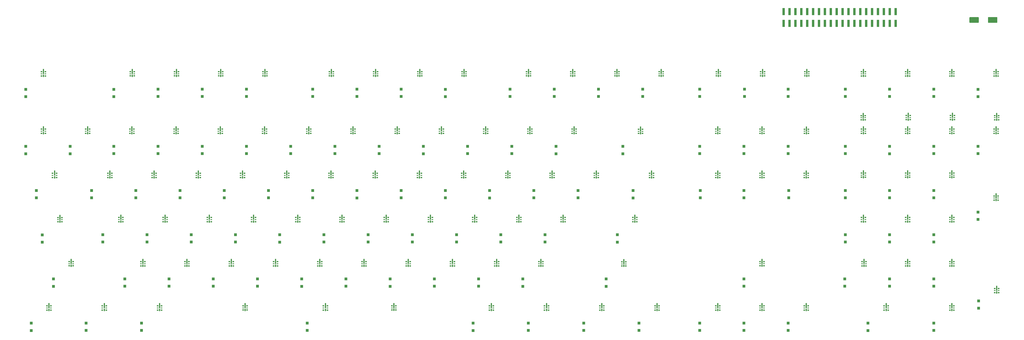
<source format=gbr>
G04 #@! TF.GenerationSoftware,KiCad,Pcbnew,(5.1.10)-1*
G04 #@! TF.CreationDate,2021-10-17T00:38:23+10:00*
G04 #@! TF.ProjectId,RedPyKeeb_mainboard,52656450-794b-4656-9562-5f6d61696e62,rev?*
G04 #@! TF.SameCoordinates,Original*
G04 #@! TF.FileFunction,Paste,Top*
G04 #@! TF.FilePolarity,Positive*
%FSLAX46Y46*%
G04 Gerber Fmt 4.6, Leading zero omitted, Abs format (unit mm)*
G04 Created by KiCad (PCBNEW (5.1.10)-1) date 2021-10-17 00:38:23*
%MOMM*%
%LPD*%
G01*
G04 APERTURE LIST*
%ADD10R,1.000000X3.150000*%
%ADD11R,0.800000X0.500000*%
%ADD12R,0.800000X0.300000*%
%ADD13R,0.500000X1.000000*%
%ADD14R,0.500000X2.180000*%
%ADD15R,1.200000X1.200000*%
G04 APERTURE END LIST*
D10*
X382371600Y-26845260D03*
X362051600Y-21795500D03*
X392531600Y-21795500D03*
X392531600Y-26845500D03*
X389991600Y-21795500D03*
X389991600Y-26845500D03*
X387451600Y-21795500D03*
X387451600Y-26845500D03*
X384911600Y-21795500D03*
X384911600Y-26845500D03*
X382371600Y-21795500D03*
X379831600Y-21795500D03*
X379831600Y-26845500D03*
X377291600Y-21795500D03*
X377291600Y-26845500D03*
X374751600Y-21795500D03*
X374751600Y-26845500D03*
X372211600Y-21795500D03*
X372211600Y-26845500D03*
X369671600Y-21795500D03*
X369671600Y-26845500D03*
X367131600Y-21795500D03*
X367131600Y-26845500D03*
X364591600Y-21795500D03*
X364591600Y-26845500D03*
X362051600Y-26845500D03*
X359511600Y-21795500D03*
X359511600Y-26845500D03*
X356971600Y-21795500D03*
X356971600Y-26845500D03*
X354431600Y-21795500D03*
X354431600Y-26845500D03*
X351891600Y-21795500D03*
X351891600Y-26845500D03*
X349351600Y-21795500D03*
X349351600Y-26845500D03*
X346811600Y-21795500D03*
X346811600Y-26845500D03*
X344271600Y-21795500D03*
X344271600Y-26845500D03*
D11*
X64540500Y-49477500D03*
D12*
X64540500Y-48577500D03*
D11*
X64540500Y-47677500D03*
D12*
X62840500Y-48577500D03*
D11*
X62840500Y-47677500D03*
X62840500Y-49477500D03*
D13*
X63690500Y-49407500D03*
D14*
X63690500Y-47587500D03*
D15*
X93789500Y-55206700D03*
X93789500Y-58356700D03*
X74739500Y-55206700D03*
X74739500Y-58356700D03*
X55689500Y-58407500D03*
X55689500Y-55257500D03*
D14*
X101790500Y-47587500D03*
D13*
X101790500Y-49407500D03*
D11*
X100940500Y-49477500D03*
X100940500Y-47677500D03*
D12*
X100940500Y-48577500D03*
D11*
X102640500Y-47677500D03*
D12*
X102640500Y-48577500D03*
D11*
X102640500Y-49477500D03*
D14*
X120840500Y-47587500D03*
D13*
X120840500Y-49407500D03*
D11*
X119990500Y-49477500D03*
X119990500Y-47677500D03*
D12*
X119990500Y-48577500D03*
D11*
X121690500Y-47677500D03*
D12*
X121690500Y-48577500D03*
D11*
X121690500Y-49477500D03*
D14*
X82740500Y-47587500D03*
D13*
X82740500Y-49407500D03*
D11*
X81890500Y-49477500D03*
X81890500Y-47677500D03*
D12*
X81890500Y-48577500D03*
D11*
X83590500Y-47677500D03*
D12*
X83590500Y-48577500D03*
D11*
X83590500Y-49477500D03*
D15*
X112839500Y-55206700D03*
X112839500Y-58356700D03*
G36*
G01*
X424288700Y-26361900D02*
X424288700Y-24361900D01*
G75*
G02*
X424538700Y-24111900I250000J0D01*
G01*
X428038700Y-24111900D01*
G75*
G02*
X428288700Y-24361900I0J-250000D01*
G01*
X428288700Y-26361900D01*
G75*
G02*
X428038700Y-26611900I-250000J0D01*
G01*
X424538700Y-26611900D01*
G75*
G02*
X424288700Y-26361900I0J250000D01*
G01*
G37*
G36*
G01*
X432288700Y-26361900D02*
X432288700Y-24361900D01*
G75*
G02*
X432538700Y-24111900I250000J0D01*
G01*
X436038700Y-24111900D01*
G75*
G02*
X436288700Y-24361900I0J-250000D01*
G01*
X436288700Y-26361900D01*
G75*
G02*
X436038700Y-26611900I-250000J0D01*
G01*
X432538700Y-26611900D01*
G75*
G02*
X432288700Y-26361900I0J250000D01*
G01*
G37*
D14*
X436022750Y-141027750D03*
D13*
X436022750Y-142847750D03*
D11*
X435172750Y-142917750D03*
X435172750Y-141117750D03*
D12*
X435172750Y-142017750D03*
D11*
X436872750Y-141117750D03*
D12*
X436872750Y-142017750D03*
D11*
X436872750Y-142917750D03*
D15*
X428212250Y-146487950D03*
X428212250Y-149637950D03*
D14*
X416718750Y-148520750D03*
D13*
X416718750Y-150340750D03*
D11*
X415868750Y-150410750D03*
X415868750Y-148610750D03*
D12*
X415868750Y-149510750D03*
D11*
X417568750Y-148610750D03*
D12*
X417568750Y-149510750D03*
D11*
X417568750Y-150410750D03*
D15*
X408908250Y-156012950D03*
X408908250Y-159162950D03*
D14*
X416718750Y-129470750D03*
D13*
X416718750Y-131290750D03*
D11*
X415868750Y-131360750D03*
X415868750Y-129560750D03*
D12*
X415868750Y-130460750D03*
D11*
X417568750Y-129560750D03*
D12*
X417568750Y-130460750D03*
D11*
X417568750Y-131360750D03*
D15*
X408908250Y-136962950D03*
X408908250Y-140112950D03*
X389858250Y-136962950D03*
X389858250Y-140112950D03*
D14*
X397668750Y-129470750D03*
D13*
X397668750Y-131290750D03*
D11*
X396818750Y-131360750D03*
X396818750Y-129560750D03*
D12*
X396818750Y-130460750D03*
D11*
X398518750Y-129560750D03*
D12*
X398518750Y-130460750D03*
D11*
X398518750Y-131360750D03*
D14*
X416718750Y-110420750D03*
D13*
X416718750Y-112240750D03*
D11*
X415868750Y-112310750D03*
X415868750Y-110510750D03*
D12*
X415868750Y-111410750D03*
D11*
X417568750Y-110510750D03*
D12*
X417568750Y-111410750D03*
D11*
X417568750Y-112310750D03*
D15*
X408908250Y-117912950D03*
X408908250Y-121062950D03*
D14*
X397668750Y-110420750D03*
D13*
X397668750Y-112240750D03*
D11*
X396818750Y-112310750D03*
X396818750Y-110510750D03*
D12*
X396818750Y-111410750D03*
D11*
X398518750Y-110510750D03*
D12*
X398518750Y-111410750D03*
D11*
X398518750Y-112310750D03*
D15*
X389858250Y-117912950D03*
X389858250Y-121062950D03*
D14*
X388397750Y-148520750D03*
D13*
X388397750Y-150340750D03*
D11*
X387547750Y-150410750D03*
X387547750Y-148610750D03*
D12*
X387547750Y-149510750D03*
D11*
X389247750Y-148610750D03*
D12*
X389247750Y-149510750D03*
D11*
X389247750Y-150410750D03*
D15*
X380587250Y-156063750D03*
X380587250Y-159213750D03*
D14*
X378872750Y-129470750D03*
D13*
X378872750Y-131290750D03*
D11*
X378022750Y-131360750D03*
X378022750Y-129560750D03*
D12*
X378022750Y-130460750D03*
D11*
X379722750Y-129560750D03*
D12*
X379722750Y-130460750D03*
D11*
X379722750Y-131360750D03*
D15*
X370554250Y-136962950D03*
X370554250Y-140112950D03*
D14*
X378618750Y-110420750D03*
D13*
X378618750Y-112240750D03*
D11*
X377768750Y-112310750D03*
X377768750Y-110510750D03*
D12*
X377768750Y-111410750D03*
D11*
X379468750Y-110510750D03*
D12*
X379468750Y-111410750D03*
D11*
X379468750Y-112310750D03*
D15*
X370808250Y-117912950D03*
X370808250Y-121062950D03*
D14*
X435768750Y-101149750D03*
D13*
X435768750Y-102969750D03*
D11*
X434918750Y-103039750D03*
X434918750Y-101239750D03*
D12*
X434918750Y-102139750D03*
D11*
X436618750Y-101239750D03*
D12*
X436618750Y-102139750D03*
D11*
X436618750Y-103039750D03*
D15*
X427958250Y-108184750D03*
X427958250Y-111334750D03*
D14*
X416718750Y-91269150D03*
D13*
X416718750Y-93089150D03*
D11*
X415868750Y-93159150D03*
X415868750Y-91359150D03*
D12*
X415868750Y-92259150D03*
D11*
X417568750Y-91359150D03*
D12*
X417568750Y-92259150D03*
D11*
X417568750Y-93159150D03*
D15*
X408908250Y-98862950D03*
X408908250Y-102012950D03*
D14*
X397668750Y-91269150D03*
D13*
X397668750Y-93089150D03*
D11*
X396818750Y-93159150D03*
X396818750Y-91359150D03*
D12*
X396818750Y-92259150D03*
D11*
X398518750Y-91359150D03*
D12*
X398518750Y-92259150D03*
D11*
X398518750Y-93159150D03*
D15*
X389858250Y-98862950D03*
X389858250Y-102012950D03*
X370808250Y-98862950D03*
X370808250Y-102012950D03*
D14*
X378618750Y-91269150D03*
D13*
X378618750Y-93089150D03*
D11*
X377768750Y-93159150D03*
X377768750Y-91359150D03*
D12*
X377768750Y-92259150D03*
D11*
X379468750Y-91359150D03*
D12*
X379468750Y-92259150D03*
D11*
X379468750Y-93159150D03*
D14*
X435768750Y-72320750D03*
D13*
X435768750Y-74140750D03*
D11*
X434918750Y-74210750D03*
X434918750Y-72410750D03*
D12*
X434918750Y-73310750D03*
D11*
X436618750Y-72410750D03*
D12*
X436618750Y-73310750D03*
D11*
X436618750Y-74210750D03*
D15*
X427958250Y-79812950D03*
X427958250Y-82962950D03*
D14*
X416718750Y-72333450D03*
D13*
X416718750Y-74153450D03*
D11*
X415868750Y-74223450D03*
X415868750Y-72423450D03*
D12*
X415868750Y-73323450D03*
D11*
X417568750Y-72423450D03*
D12*
X417568750Y-73323450D03*
D11*
X417568750Y-74223450D03*
D15*
X408908250Y-79812950D03*
X408908250Y-82962950D03*
D11*
X398518750Y-74210750D03*
D12*
X398518750Y-73310750D03*
D11*
X398518750Y-72410750D03*
D12*
X396818750Y-73310750D03*
D11*
X396818750Y-72410750D03*
X396818750Y-74210750D03*
D13*
X397668750Y-74140750D03*
D14*
X397668750Y-72320750D03*
D15*
X389858250Y-83013750D03*
X389858250Y-79863750D03*
X370808250Y-79812950D03*
X370808250Y-82962950D03*
D14*
X378618750Y-72320750D03*
D13*
X378618750Y-74140750D03*
D11*
X377768750Y-74210750D03*
X377768750Y-72410750D03*
D12*
X377768750Y-73310750D03*
D11*
X379468750Y-72410750D03*
D12*
X379468750Y-73310750D03*
D11*
X379468750Y-74210750D03*
D14*
X435768750Y-47600200D03*
D13*
X435768750Y-49420200D03*
D11*
X434918750Y-49490200D03*
X434918750Y-47690200D03*
D12*
X434918750Y-48590200D03*
D11*
X436618750Y-47690200D03*
D12*
X436618750Y-48590200D03*
D11*
X436618750Y-49490200D03*
D14*
X436022750Y-66510500D03*
D13*
X436022750Y-68330500D03*
D11*
X435172750Y-68400500D03*
X435172750Y-66600500D03*
D12*
X435172750Y-67500500D03*
D11*
X436872750Y-66600500D03*
D12*
X436872750Y-67500500D03*
D11*
X436872750Y-68400500D03*
D15*
X427958250Y-55257500D03*
X427958250Y-58407500D03*
D14*
X416972750Y-66459700D03*
D13*
X416972750Y-68279700D03*
D11*
X416122750Y-68349700D03*
X416122750Y-66549700D03*
D12*
X416122750Y-67449700D03*
D11*
X417822750Y-66549700D03*
D12*
X417822750Y-67449700D03*
D11*
X417822750Y-68349700D03*
D14*
X416706050Y-47600200D03*
D13*
X416706050Y-49420200D03*
D11*
X415856050Y-49490200D03*
X415856050Y-47690200D03*
D12*
X415856050Y-48590200D03*
D11*
X417556050Y-47690200D03*
D12*
X417556050Y-48590200D03*
D11*
X417556050Y-49490200D03*
D15*
X408908250Y-55206700D03*
X408908250Y-58356700D03*
D14*
X397922750Y-66472400D03*
D13*
X397922750Y-68292400D03*
D11*
X397072750Y-68362400D03*
X397072750Y-66562400D03*
D12*
X397072750Y-67462400D03*
D11*
X398772750Y-66562400D03*
D12*
X398772750Y-67462400D03*
D11*
X398772750Y-68362400D03*
D14*
X397656050Y-47612900D03*
D13*
X397656050Y-49432900D03*
D11*
X396806050Y-49502900D03*
X396806050Y-47702900D03*
D12*
X396806050Y-48602900D03*
D11*
X398506050Y-47702900D03*
D12*
X398506050Y-48602900D03*
D11*
X398506050Y-49502900D03*
D15*
X389858250Y-55219400D03*
X389858250Y-58369400D03*
D11*
X379456050Y-49490200D03*
D12*
X379456050Y-48590200D03*
D11*
X379456050Y-47690200D03*
D12*
X377756050Y-48590200D03*
D11*
X377756050Y-47690200D03*
X377756050Y-49490200D03*
D13*
X378606050Y-49420200D03*
D14*
X378606050Y-47600200D03*
D15*
X308102000Y-58356700D03*
X308102000Y-55206700D03*
D11*
X316953000Y-49477500D03*
D12*
X316953000Y-48577500D03*
D11*
X316953000Y-47677500D03*
D12*
X315253000Y-48577500D03*
D11*
X315253000Y-47677500D03*
X315253000Y-49477500D03*
D13*
X316103000Y-49407500D03*
D14*
X316103000Y-47587500D03*
D11*
X316762500Y-74210750D03*
D12*
X316762500Y-73310750D03*
D11*
X316762500Y-72410750D03*
D12*
X315062500Y-73310750D03*
D11*
X315062500Y-72410750D03*
X315062500Y-74210750D03*
D13*
X315912500Y-74140750D03*
D14*
X315912500Y-72320750D03*
D15*
X308102000Y-82962950D03*
X308102000Y-79812950D03*
D14*
X334962500Y-72320750D03*
D13*
X334962500Y-74140750D03*
D11*
X334112500Y-74210750D03*
X334112500Y-72410750D03*
D12*
X334112500Y-73310750D03*
D11*
X335812500Y-72410750D03*
D12*
X335812500Y-73310750D03*
D11*
X335812500Y-74210750D03*
X379405250Y-68400500D03*
D12*
X379405250Y-67500500D03*
D11*
X379405250Y-66600500D03*
D12*
X377705250Y-67500500D03*
D11*
X377705250Y-66600500D03*
X377705250Y-68400500D03*
D13*
X378555250Y-68330500D03*
D14*
X378555250Y-66510500D03*
D15*
X370808250Y-58356700D03*
X370808250Y-55206700D03*
D11*
X355053000Y-49477500D03*
D12*
X355053000Y-48577500D03*
D11*
X355053000Y-47677500D03*
D12*
X353353000Y-48577500D03*
D11*
X353353000Y-47677500D03*
X353353000Y-49477500D03*
D13*
X354203000Y-49407500D03*
D14*
X354203000Y-47587500D03*
D11*
X336003000Y-49477500D03*
D12*
X336003000Y-48577500D03*
D11*
X336003000Y-47677500D03*
D12*
X334303000Y-48577500D03*
D11*
X334303000Y-47677500D03*
X334303000Y-49477500D03*
D13*
X335153000Y-49407500D03*
D14*
X335153000Y-47587500D03*
D15*
X327406000Y-58356700D03*
X327406000Y-55206700D03*
D11*
X354862500Y-150410750D03*
D12*
X354862500Y-149510750D03*
D11*
X354862500Y-148610750D03*
D12*
X353162500Y-149510750D03*
D11*
X353162500Y-148610750D03*
X353162500Y-150410750D03*
D13*
X354012500Y-150340750D03*
D14*
X354012500Y-148520750D03*
D15*
X346202000Y-159162950D03*
X346202000Y-156012950D03*
X327152000Y-140112950D03*
X327152000Y-136962950D03*
D11*
X335812500Y-131309950D03*
D12*
X335812500Y-130409950D03*
D11*
X335812500Y-129509950D03*
D12*
X334112500Y-130409950D03*
D11*
X334112500Y-129509950D03*
X334112500Y-131309950D03*
D13*
X334962500Y-131239950D03*
D14*
X334962500Y-129419950D03*
D15*
X327152000Y-156012950D03*
X327152000Y-159162950D03*
D11*
X335812500Y-93260750D03*
D12*
X335812500Y-92360750D03*
D11*
X335812500Y-91460750D03*
D12*
X334112500Y-92360750D03*
D11*
X334112500Y-91460750D03*
X334112500Y-93260750D03*
D13*
X334962500Y-93190750D03*
D14*
X334962500Y-91370750D03*
D11*
X354940700Y-74236150D03*
D12*
X354940700Y-73336150D03*
D11*
X354940700Y-72436150D03*
D12*
X353240700Y-73336150D03*
D11*
X353240700Y-72436150D03*
X353240700Y-74236150D03*
D13*
X354090700Y-74166150D03*
D14*
X354090700Y-72346150D03*
D15*
X308356000Y-98862950D03*
X308356000Y-102012950D03*
D14*
X315912500Y-91370750D03*
D13*
X315912500Y-93190750D03*
D11*
X315062500Y-93260750D03*
X315062500Y-91460750D03*
D12*
X315062500Y-92360750D03*
D11*
X316762500Y-91460750D03*
D12*
X316762500Y-92360750D03*
D11*
X316762500Y-93260750D03*
D15*
X346456000Y-98862950D03*
X346456000Y-102012950D03*
X346202000Y-82962950D03*
X346202000Y-79812950D03*
X346202000Y-58356700D03*
X346202000Y-55206700D03*
X308102000Y-159162950D03*
X308102000Y-156012950D03*
D14*
X354012500Y-91370750D03*
D13*
X354012500Y-93190750D03*
D11*
X353162500Y-93260750D03*
X353162500Y-91460750D03*
D12*
X353162500Y-92360750D03*
D11*
X354862500Y-91460750D03*
D12*
X354862500Y-92360750D03*
D11*
X354862500Y-93260750D03*
D15*
X327152000Y-102012950D03*
X327152000Y-98862950D03*
D11*
X316762500Y-150410750D03*
D12*
X316762500Y-149510750D03*
D11*
X316762500Y-148610750D03*
D12*
X315062500Y-149510750D03*
D11*
X315062500Y-148610750D03*
X315062500Y-150410750D03*
D13*
X315912500Y-150340750D03*
D14*
X315912500Y-148520750D03*
X334962500Y-148520750D03*
D13*
X334962500Y-150340750D03*
D11*
X334112500Y-150410750D03*
X334112500Y-148610750D03*
D12*
X334112500Y-149510750D03*
D11*
X335812500Y-148610750D03*
D12*
X335812500Y-149510750D03*
D11*
X335812500Y-150410750D03*
D15*
X327152000Y-79812950D03*
X327152000Y-82962950D03*
X281908250Y-156012950D03*
X281908250Y-159162950D03*
D14*
X289718750Y-148520750D03*
D13*
X289718750Y-150340750D03*
D11*
X288868750Y-150410750D03*
X288868750Y-148610750D03*
D12*
X288868750Y-149510750D03*
D11*
X290568750Y-148610750D03*
D12*
X290568750Y-149510750D03*
D11*
X290568750Y-150410750D03*
D15*
X258095750Y-156012950D03*
X258095750Y-159162950D03*
D14*
X265906250Y-148520750D03*
D13*
X265906250Y-150340750D03*
D11*
X265056250Y-150410750D03*
X265056250Y-148610750D03*
D12*
X265056250Y-149510750D03*
D11*
X266756250Y-148610750D03*
D12*
X266756250Y-149510750D03*
D11*
X266756250Y-150410750D03*
D15*
X234283250Y-156012950D03*
X234283250Y-159162950D03*
D14*
X242093750Y-148520750D03*
D13*
X242093750Y-150340750D03*
D11*
X241243750Y-150410750D03*
X241243750Y-148610750D03*
D12*
X241243750Y-149510750D03*
D11*
X242943750Y-148610750D03*
D12*
X242943750Y-149510750D03*
D11*
X242943750Y-150410750D03*
D15*
X210496150Y-156076450D03*
X210496150Y-159226450D03*
D14*
X218306650Y-148520750D03*
D13*
X218306650Y-150340750D03*
D11*
X217456650Y-150410750D03*
X217456650Y-148610750D03*
D12*
X217456650Y-149510750D03*
D11*
X219156650Y-148610750D03*
D12*
X219156650Y-149510750D03*
D11*
X219156650Y-150410750D03*
D14*
X146843750Y-148520750D03*
D13*
X146843750Y-150340750D03*
D11*
X145993750Y-150410750D03*
X145993750Y-148610750D03*
D12*
X145993750Y-149510750D03*
D11*
X147693750Y-148610750D03*
D12*
X147693750Y-149510750D03*
D11*
X147693750Y-150410750D03*
D14*
X112274350Y-148508050D03*
D13*
X112274350Y-150328050D03*
D11*
X111424350Y-150398050D03*
X111424350Y-148598050D03*
D12*
X111424350Y-149498050D03*
D11*
X113124350Y-148598050D03*
D12*
X113124350Y-149498050D03*
D11*
X113124350Y-150398050D03*
D15*
X139033250Y-156012950D03*
X139033250Y-159162950D03*
D14*
X176371250Y-148495350D03*
D13*
X176371250Y-150315350D03*
D11*
X175521250Y-150385350D03*
X175521250Y-148585350D03*
D12*
X175521250Y-149485350D03*
D11*
X177221250Y-148585350D03*
D12*
X177221250Y-149485350D03*
D11*
X177221250Y-150385350D03*
D14*
X75406250Y-148520750D03*
D13*
X75406250Y-150340750D03*
D11*
X74556250Y-150410750D03*
X74556250Y-148610750D03*
D12*
X74556250Y-149510750D03*
D11*
X76256250Y-148610750D03*
D12*
X76256250Y-149510750D03*
D11*
X76256250Y-150410750D03*
D15*
X67595750Y-156012950D03*
X67595750Y-159162950D03*
D14*
X51593750Y-148520750D03*
D13*
X51593750Y-150340750D03*
D11*
X50743750Y-150410750D03*
X50743750Y-148610750D03*
D12*
X50743750Y-149510750D03*
D11*
X52443750Y-148610750D03*
D12*
X52443750Y-149510750D03*
D11*
X52443750Y-150410750D03*
D15*
X43783250Y-156012950D03*
X43783250Y-159162950D03*
X267811250Y-137013750D03*
X267811250Y-140163750D03*
D14*
X275431250Y-129521550D03*
D13*
X275431250Y-131341550D03*
D11*
X274581250Y-131411550D03*
X274581250Y-129611550D03*
D12*
X274581250Y-130511550D03*
D11*
X276281250Y-129611550D03*
D12*
X276281250Y-130511550D03*
D11*
X276281250Y-131411550D03*
D15*
X231902000Y-137013750D03*
X231902000Y-140163750D03*
D14*
X239712500Y-129470750D03*
D13*
X239712500Y-131290750D03*
D11*
X238862500Y-131360750D03*
X238862500Y-129560750D03*
D12*
X238862500Y-130460750D03*
D11*
X240562500Y-129560750D03*
D12*
X240562500Y-130460750D03*
D11*
X240562500Y-131360750D03*
D15*
X212852000Y-136962950D03*
X212852000Y-140112950D03*
D14*
X220662500Y-129470750D03*
D13*
X220662500Y-131290750D03*
D11*
X219812500Y-131360750D03*
X219812500Y-129560750D03*
D12*
X219812500Y-130460750D03*
D11*
X221512500Y-129560750D03*
D12*
X221512500Y-130460750D03*
D11*
X221512500Y-131360750D03*
D15*
X193802000Y-136962950D03*
X193802000Y-140112950D03*
D14*
X201612500Y-129470750D03*
D13*
X201612500Y-131290750D03*
D11*
X200762500Y-131360750D03*
X200762500Y-129560750D03*
D12*
X200762500Y-130460750D03*
D11*
X202462500Y-129560750D03*
D12*
X202462500Y-130460750D03*
D11*
X202462500Y-131360750D03*
D15*
X174752000Y-137013750D03*
X174752000Y-140163750D03*
D14*
X182562500Y-129470750D03*
D13*
X182562500Y-131290750D03*
D11*
X181712500Y-131360750D03*
X181712500Y-129560750D03*
D12*
X181712500Y-130460750D03*
D11*
X183412500Y-129560750D03*
D12*
X183412500Y-130460750D03*
D11*
X183412500Y-131360750D03*
D15*
X155702000Y-136962950D03*
X155702000Y-140112950D03*
D14*
X163512500Y-129470750D03*
D13*
X163512500Y-131290750D03*
D11*
X162662500Y-131360750D03*
X162662500Y-129560750D03*
D12*
X162662500Y-130460750D03*
D11*
X164362500Y-129560750D03*
D12*
X164362500Y-130460750D03*
D11*
X164362500Y-131360750D03*
D15*
X136652000Y-137013750D03*
X136652000Y-140163750D03*
D14*
X144462500Y-129470750D03*
D13*
X144462500Y-131290750D03*
D11*
X143612500Y-131360750D03*
X143612500Y-129560750D03*
D12*
X143612500Y-130460750D03*
D11*
X145312500Y-129560750D03*
D12*
X145312500Y-130460750D03*
D11*
X145312500Y-131360750D03*
D15*
X117602000Y-136962950D03*
X117602000Y-140112950D03*
D14*
X125412500Y-129470750D03*
D13*
X125412500Y-131290750D03*
D11*
X124562500Y-131360750D03*
X124562500Y-129560750D03*
D12*
X124562500Y-130460750D03*
D11*
X126262500Y-129560750D03*
D12*
X126262500Y-130460750D03*
D11*
X126262500Y-131360750D03*
D14*
X106362500Y-129470750D03*
D13*
X106362500Y-131290750D03*
D11*
X105512500Y-131360750D03*
X105512500Y-129560750D03*
D12*
X105512500Y-130460750D03*
D11*
X107212500Y-129560750D03*
D12*
X107212500Y-130460750D03*
D11*
X107212500Y-131360750D03*
D15*
X98552000Y-136962950D03*
X98552000Y-140112950D03*
D14*
X87172500Y-129470750D03*
D13*
X87172500Y-131290750D03*
D11*
X86322500Y-131360750D03*
X86322500Y-129560750D03*
D12*
X86322500Y-130460750D03*
D11*
X88022500Y-129560750D03*
D12*
X88022500Y-130460750D03*
D11*
X88022500Y-131360750D03*
D15*
X79502000Y-136962950D03*
X79502000Y-140112950D03*
D14*
X68262500Y-129470750D03*
D13*
X68262500Y-131290750D03*
D11*
X67412500Y-131360750D03*
X67412500Y-129560750D03*
D12*
X67412500Y-130460750D03*
D11*
X69112500Y-129560750D03*
D12*
X69112500Y-130460750D03*
D11*
X69112500Y-131360750D03*
D15*
X60452000Y-136962950D03*
X60452000Y-140112950D03*
X272573750Y-117963750D03*
X272573750Y-121113750D03*
D14*
X280168350Y-110433450D03*
D13*
X280168350Y-112253450D03*
D11*
X279318350Y-112323450D03*
X279318350Y-110523450D03*
D12*
X279318350Y-111423450D03*
D11*
X281018350Y-110523450D03*
D12*
X281018350Y-111423450D03*
D11*
X281018350Y-112323450D03*
D15*
X241427000Y-117912950D03*
X241427000Y-121062950D03*
D14*
X249237500Y-110420750D03*
D13*
X249237500Y-112240750D03*
D11*
X248387500Y-112310750D03*
X248387500Y-110510750D03*
D12*
X248387500Y-111410750D03*
D11*
X250087500Y-110510750D03*
D12*
X250087500Y-111410750D03*
D11*
X250087500Y-112310750D03*
D15*
X222377000Y-117912950D03*
X222377000Y-121062950D03*
D14*
X230187500Y-110420750D03*
D13*
X230187500Y-112240750D03*
D11*
X229337500Y-112310750D03*
X229337500Y-110510750D03*
D12*
X229337500Y-111410750D03*
D11*
X231037500Y-110510750D03*
D12*
X231037500Y-111410750D03*
D11*
X231037500Y-112310750D03*
D15*
X203327000Y-117912950D03*
X203327000Y-121062950D03*
D14*
X211137500Y-110420750D03*
D13*
X211137500Y-112240750D03*
D11*
X210287500Y-112310750D03*
X210287500Y-110510750D03*
D12*
X210287500Y-111410750D03*
D11*
X211987500Y-110510750D03*
D12*
X211987500Y-111410750D03*
D11*
X211987500Y-112310750D03*
D15*
X184277000Y-117912950D03*
X184277000Y-121062950D03*
D14*
X192087500Y-110420750D03*
D13*
X192087500Y-112240750D03*
D11*
X191237500Y-112310750D03*
X191237500Y-110510750D03*
D12*
X191237500Y-111410750D03*
D11*
X192937500Y-110510750D03*
D12*
X192937500Y-111410750D03*
D11*
X192937500Y-112310750D03*
D15*
X165227000Y-117912950D03*
X165227000Y-121062950D03*
D14*
X173037500Y-110420750D03*
D13*
X173037500Y-112240750D03*
D11*
X172187500Y-112310750D03*
X172187500Y-110510750D03*
D12*
X172187500Y-111410750D03*
D11*
X173887500Y-110510750D03*
D12*
X173887500Y-111410750D03*
D11*
X173887500Y-112310750D03*
D15*
X146177000Y-117912950D03*
X146177000Y-121062950D03*
D14*
X153987500Y-110420750D03*
D13*
X153987500Y-112240750D03*
D11*
X153137500Y-112310750D03*
X153137500Y-110510750D03*
D12*
X153137500Y-111410750D03*
D11*
X154837500Y-110510750D03*
D12*
X154837500Y-111410750D03*
D11*
X154837500Y-112310750D03*
D15*
X127127000Y-117963750D03*
X127127000Y-121113750D03*
D14*
X134937500Y-110420750D03*
D13*
X134937500Y-112240750D03*
D11*
X134087500Y-112310750D03*
X134087500Y-110510750D03*
D12*
X134087500Y-111410750D03*
D11*
X135787500Y-110510750D03*
D12*
X135787500Y-111410750D03*
D11*
X135787500Y-112310750D03*
D15*
X108077000Y-117912950D03*
X108077000Y-121062950D03*
D14*
X115887500Y-110420750D03*
D13*
X115887500Y-112240750D03*
D11*
X115037500Y-112310750D03*
X115037500Y-110510750D03*
D12*
X115037500Y-111410750D03*
D11*
X116737500Y-110510750D03*
D12*
X116737500Y-111410750D03*
D11*
X116737500Y-112310750D03*
D14*
X96837500Y-110420750D03*
D13*
X96837500Y-112240750D03*
D11*
X95987500Y-112310750D03*
X95987500Y-110510750D03*
D12*
X95987500Y-111410750D03*
D11*
X97687500Y-110510750D03*
D12*
X97687500Y-111410750D03*
D11*
X97687500Y-112310750D03*
D15*
X89027000Y-117912950D03*
X89027000Y-121062950D03*
D14*
X77787500Y-110420750D03*
D13*
X77787500Y-112240750D03*
D11*
X76937500Y-112310750D03*
X76937500Y-110510750D03*
D12*
X76937500Y-111410750D03*
D11*
X78637500Y-110510750D03*
D12*
X78637500Y-111410750D03*
D11*
X78637500Y-112310750D03*
D15*
X69977000Y-117912950D03*
X69977000Y-121062950D03*
D14*
X58737500Y-110420750D03*
D13*
X58737500Y-112240750D03*
D11*
X57887500Y-112310750D03*
X57887500Y-110510750D03*
D12*
X57887500Y-111410750D03*
D11*
X59587500Y-110510750D03*
D12*
X59587500Y-111410750D03*
D11*
X59587500Y-112310750D03*
D15*
X50927000Y-117912950D03*
X50927000Y-121062950D03*
X279400000Y-98913750D03*
X279400000Y-102063750D03*
D14*
X287324800Y-91383450D03*
D13*
X287324800Y-93203450D03*
D11*
X286474800Y-93273450D03*
X286474800Y-91473450D03*
D12*
X286474800Y-92373450D03*
D11*
X288174800Y-91473450D03*
D12*
X288174800Y-92373450D03*
D11*
X288174800Y-93273450D03*
D15*
X255714500Y-98862950D03*
X255714500Y-102012950D03*
D14*
X263525000Y-91370750D03*
D13*
X263525000Y-93190750D03*
D11*
X262675000Y-93260750D03*
X262675000Y-91460750D03*
D12*
X262675000Y-92360750D03*
D11*
X264375000Y-91460750D03*
D12*
X264375000Y-92360750D03*
D11*
X264375000Y-93260750D03*
D15*
X236664500Y-98862950D03*
X236664500Y-102012950D03*
D14*
X244475000Y-91370750D03*
D13*
X244475000Y-93190750D03*
D11*
X243625000Y-93260750D03*
X243625000Y-91460750D03*
D12*
X243625000Y-92360750D03*
D11*
X245325000Y-91460750D03*
D12*
X245325000Y-92360750D03*
D11*
X245325000Y-93260750D03*
D15*
X217614500Y-98913750D03*
X217614500Y-102063750D03*
D14*
X225425000Y-91370750D03*
D13*
X225425000Y-93190750D03*
D11*
X224575000Y-93260750D03*
X224575000Y-91460750D03*
D12*
X224575000Y-92360750D03*
D11*
X226275000Y-91460750D03*
D12*
X226275000Y-92360750D03*
D11*
X226275000Y-93260750D03*
D15*
X198564500Y-98862950D03*
X198564500Y-102012950D03*
D14*
X206375000Y-91370750D03*
D13*
X206375000Y-93190750D03*
D11*
X205525000Y-93260750D03*
X205525000Y-91460750D03*
D12*
X205525000Y-92360750D03*
D11*
X207225000Y-91460750D03*
D12*
X207225000Y-92360750D03*
D11*
X207225000Y-93260750D03*
D15*
X179514500Y-98862950D03*
X179514500Y-102012950D03*
D14*
X187325000Y-91370750D03*
D13*
X187325000Y-93190750D03*
D11*
X186475000Y-93260750D03*
X186475000Y-91460750D03*
D12*
X186475000Y-92360750D03*
D11*
X188175000Y-91460750D03*
D12*
X188175000Y-92360750D03*
D11*
X188175000Y-93260750D03*
D15*
X160464500Y-98913750D03*
X160464500Y-102063750D03*
D14*
X168275000Y-91370750D03*
D13*
X168275000Y-93190750D03*
D11*
X167425000Y-93260750D03*
X167425000Y-91460750D03*
D12*
X167425000Y-92360750D03*
D11*
X169125000Y-91460750D03*
D12*
X169125000Y-92360750D03*
D11*
X169125000Y-93260750D03*
D15*
X141414500Y-98862950D03*
X141414500Y-102012950D03*
D14*
X149225000Y-91370750D03*
D13*
X149225000Y-93190750D03*
D11*
X148375000Y-93260750D03*
X148375000Y-91460750D03*
D12*
X148375000Y-92360750D03*
D11*
X150075000Y-91460750D03*
D12*
X150075000Y-92360750D03*
D11*
X150075000Y-93260750D03*
D15*
X122364500Y-98862950D03*
X122364500Y-102012950D03*
D14*
X130175000Y-91370750D03*
D13*
X130175000Y-93190750D03*
D11*
X129325000Y-93260750D03*
X129325000Y-91460750D03*
D12*
X129325000Y-92360750D03*
D11*
X131025000Y-91460750D03*
D12*
X131025000Y-92360750D03*
D11*
X131025000Y-93260750D03*
D15*
X103314500Y-98862950D03*
X103314500Y-102012950D03*
D14*
X111125000Y-91370750D03*
D13*
X111125000Y-93190750D03*
D11*
X110275000Y-93260750D03*
X110275000Y-91460750D03*
D12*
X110275000Y-92360750D03*
D11*
X111975000Y-91460750D03*
D12*
X111975000Y-92360750D03*
D11*
X111975000Y-93260750D03*
D14*
X92075000Y-91370750D03*
D13*
X92075000Y-93190750D03*
D11*
X91225000Y-93260750D03*
X91225000Y-91460750D03*
D12*
X91225000Y-92360750D03*
D11*
X92925000Y-91460750D03*
D12*
X92925000Y-92360750D03*
D11*
X92925000Y-93260750D03*
D15*
X84264500Y-98862950D03*
X84264500Y-102012950D03*
D14*
X73025000Y-91370750D03*
D13*
X73025000Y-93190750D03*
D11*
X72175000Y-93260750D03*
X72175000Y-91460750D03*
D12*
X72175000Y-92360750D03*
D11*
X73875000Y-91460750D03*
D12*
X73875000Y-92360750D03*
D11*
X73875000Y-93260750D03*
D15*
X65214500Y-98862950D03*
X65214500Y-102012950D03*
D14*
X53975000Y-91370750D03*
D13*
X53975000Y-93190750D03*
D11*
X53125000Y-93260750D03*
X53125000Y-91460750D03*
D12*
X53125000Y-92360750D03*
D11*
X54825000Y-91460750D03*
D12*
X54825000Y-92360750D03*
D11*
X54825000Y-93260750D03*
D15*
X46164500Y-98862950D03*
X46164500Y-102012950D03*
X20161250Y-156063750D03*
X20161250Y-159213750D03*
D14*
X27781250Y-148520750D03*
D13*
X27781250Y-150340750D03*
D11*
X26931250Y-150410750D03*
X26931250Y-148610750D03*
D12*
X26931250Y-149510750D03*
D11*
X28631250Y-148610750D03*
D12*
X28631250Y-149510750D03*
D11*
X28631250Y-150410750D03*
D15*
X29686250Y-137013750D03*
X29686250Y-140163750D03*
D14*
X37306250Y-129458050D03*
D13*
X37306250Y-131278050D03*
D11*
X36456250Y-131348050D03*
X36456250Y-129548050D03*
D12*
X36456250Y-130448050D03*
D11*
X38156250Y-129548050D03*
D12*
X38156250Y-130448050D03*
D11*
X38156250Y-131348050D03*
D15*
X24885650Y-117989150D03*
X24885650Y-121139150D03*
D14*
X32505650Y-110446150D03*
D13*
X32505650Y-112266150D03*
D11*
X31655650Y-112336150D03*
X31655650Y-110536150D03*
D12*
X31655650Y-111436150D03*
D11*
X33355650Y-110536150D03*
D12*
X33355650Y-111436150D03*
D11*
X33355650Y-112336150D03*
D14*
X291496750Y-47587500D03*
D13*
X291496750Y-49407500D03*
D11*
X290646750Y-49477500D03*
X290646750Y-47677500D03*
D12*
X290646750Y-48577500D03*
D11*
X292346750Y-47677500D03*
D12*
X292346750Y-48577500D03*
D11*
X292346750Y-49477500D03*
D15*
X245395750Y-55206700D03*
X245395750Y-58356700D03*
X226345750Y-55206700D03*
X226345750Y-58356700D03*
D14*
X234346750Y-47587500D03*
D13*
X234346750Y-49407500D03*
D11*
X233496750Y-49477500D03*
X233496750Y-47677500D03*
D12*
X233496750Y-48577500D03*
D11*
X235196750Y-47677500D03*
D12*
X235196750Y-48577500D03*
D11*
X235196750Y-49477500D03*
D15*
X264445750Y-55206700D03*
X264445750Y-58356700D03*
D14*
X272446750Y-47587500D03*
D13*
X272446750Y-49407500D03*
D11*
X271596750Y-49477500D03*
X271596750Y-47677500D03*
D12*
X271596750Y-48577500D03*
D11*
X273296750Y-47677500D03*
D12*
X273296750Y-48577500D03*
D11*
X273296750Y-49477500D03*
D15*
X283495750Y-55206700D03*
X283495750Y-58356700D03*
D14*
X253396750Y-47587500D03*
D13*
X253396750Y-49407500D03*
D11*
X252546750Y-49477500D03*
X252546750Y-47677500D03*
D12*
X252546750Y-48577500D03*
D11*
X254246750Y-47677500D03*
D12*
X254246750Y-48577500D03*
D11*
X254246750Y-49477500D03*
D15*
X198564500Y-58407500D03*
X198564500Y-55257500D03*
X141414500Y-58356700D03*
X141414500Y-55206700D03*
X160464500Y-55206700D03*
X160464500Y-58356700D03*
X179514500Y-55206700D03*
X179514500Y-58356700D03*
D14*
X168465500Y-47587500D03*
D13*
X168465500Y-49407500D03*
D11*
X167615500Y-49477500D03*
X167615500Y-47677500D03*
D12*
X167615500Y-48577500D03*
D11*
X169315500Y-47677500D03*
D12*
X169315500Y-48577500D03*
D11*
X169315500Y-49477500D03*
D14*
X187515500Y-47587500D03*
D13*
X187515500Y-49407500D03*
D11*
X186665500Y-49477500D03*
X186665500Y-47677500D03*
D12*
X186665500Y-48577500D03*
D11*
X188365500Y-47677500D03*
D12*
X188365500Y-48577500D03*
D11*
X188365500Y-49477500D03*
X150265500Y-49477500D03*
D12*
X150265500Y-48577500D03*
D11*
X150265500Y-47677500D03*
D12*
X148565500Y-48577500D03*
D11*
X148565500Y-47677500D03*
X148565500Y-49477500D03*
D13*
X149415500Y-49407500D03*
D14*
X149415500Y-47587500D03*
D11*
X207415500Y-49477500D03*
D12*
X207415500Y-48577500D03*
D11*
X207415500Y-47677500D03*
D12*
X205715500Y-48577500D03*
D11*
X205715500Y-47677500D03*
X205715500Y-49477500D03*
D13*
X206565500Y-49407500D03*
D14*
X206565500Y-47587500D03*
X63500000Y-72320750D03*
D13*
X63500000Y-74140750D03*
D11*
X62650000Y-74210750D03*
X62650000Y-72410750D03*
D12*
X62650000Y-73310750D03*
D11*
X64350000Y-72410750D03*
D12*
X64350000Y-73310750D03*
D11*
X64350000Y-74210750D03*
D14*
X44450000Y-72320750D03*
D13*
X44450000Y-74140750D03*
D11*
X43600000Y-74210750D03*
X43600000Y-72410750D03*
D12*
X43600000Y-73310750D03*
D11*
X45300000Y-72410750D03*
D12*
X45300000Y-73310750D03*
D11*
X45300000Y-74210750D03*
X83400000Y-74210750D03*
D12*
X83400000Y-73310750D03*
D11*
X83400000Y-72410750D03*
D12*
X81700000Y-73310750D03*
D11*
X81700000Y-72410750D03*
X81700000Y-74210750D03*
D13*
X82550000Y-74140750D03*
D14*
X82550000Y-72320750D03*
D15*
X93789500Y-79812950D03*
X93789500Y-82962950D03*
X112839500Y-79812950D03*
X112839500Y-82962950D03*
X150939500Y-79812950D03*
X150939500Y-82962950D03*
X169989500Y-79812950D03*
X169989500Y-82962950D03*
X189039500Y-79863750D03*
X189039500Y-83013750D03*
X131889500Y-79812950D03*
X131889500Y-82962950D03*
X74739500Y-82962950D03*
X74739500Y-79812950D03*
X36918900Y-79863750D03*
X36918900Y-83013750D03*
X17780000Y-79863750D03*
X17780000Y-83013750D03*
X55689500Y-79812950D03*
X55689500Y-82962950D03*
D14*
X25400000Y-72320750D03*
D13*
X25400000Y-74140750D03*
D11*
X24550000Y-74210750D03*
X24550000Y-72410750D03*
D12*
X24550000Y-73310750D03*
D11*
X26250000Y-72410750D03*
D12*
X26250000Y-73310750D03*
D11*
X26250000Y-74210750D03*
D15*
X208089500Y-79812950D03*
X208089500Y-82962950D03*
X227139500Y-79812950D03*
X227139500Y-82962950D03*
X274955000Y-79863750D03*
X274955000Y-83013750D03*
X246189500Y-79863750D03*
X246189500Y-83013750D03*
D14*
X234950000Y-72320750D03*
D13*
X234950000Y-74140750D03*
D11*
X234100000Y-74210750D03*
X234100000Y-72410750D03*
D12*
X234100000Y-73310750D03*
D11*
X235800000Y-72410750D03*
D12*
X235800000Y-73310750D03*
D11*
X235800000Y-74210750D03*
D14*
X282575000Y-72371550D03*
D13*
X282575000Y-74191550D03*
D11*
X281725000Y-74261550D03*
X281725000Y-72461550D03*
D12*
X281725000Y-73361550D03*
D11*
X283425000Y-72461550D03*
D12*
X283425000Y-73361550D03*
D11*
X283425000Y-74261550D03*
D14*
X254000000Y-72320750D03*
D13*
X254000000Y-74140750D03*
D11*
X253150000Y-74210750D03*
X253150000Y-72410750D03*
D12*
X253150000Y-73310750D03*
D11*
X254850000Y-72410750D03*
D12*
X254850000Y-73310750D03*
D11*
X254850000Y-74210750D03*
D14*
X139700000Y-72320750D03*
D13*
X139700000Y-74140750D03*
D11*
X138850000Y-74210750D03*
X138850000Y-72410750D03*
D12*
X138850000Y-73310750D03*
D11*
X140550000Y-72410750D03*
D12*
X140550000Y-73310750D03*
D11*
X140550000Y-74210750D03*
D14*
X101600000Y-72320750D03*
D13*
X101600000Y-74140750D03*
D11*
X100750000Y-74210750D03*
X100750000Y-72410750D03*
D12*
X100750000Y-73310750D03*
D11*
X102450000Y-72410750D03*
D12*
X102450000Y-73310750D03*
D11*
X102450000Y-74210750D03*
D14*
X120650000Y-72320750D03*
D13*
X120650000Y-74140750D03*
D11*
X119800000Y-74210750D03*
X119800000Y-72410750D03*
D12*
X119800000Y-73310750D03*
D11*
X121500000Y-72410750D03*
D12*
X121500000Y-73310750D03*
D11*
X121500000Y-74210750D03*
D14*
X215900000Y-72320750D03*
D13*
X215900000Y-74140750D03*
D11*
X215050000Y-74210750D03*
X215050000Y-72410750D03*
D12*
X215050000Y-73310750D03*
D11*
X216750000Y-72410750D03*
D12*
X216750000Y-73310750D03*
D11*
X216750000Y-74210750D03*
D14*
X196850000Y-72320750D03*
D13*
X196850000Y-74140750D03*
D11*
X196000000Y-74210750D03*
X196000000Y-72410750D03*
D12*
X196000000Y-73310750D03*
D11*
X197700000Y-72410750D03*
D12*
X197700000Y-73310750D03*
D11*
X197700000Y-74210750D03*
D14*
X158750000Y-72320750D03*
D13*
X158750000Y-74140750D03*
D11*
X157900000Y-74210750D03*
X157900000Y-72410750D03*
D12*
X157900000Y-73310750D03*
D11*
X159600000Y-72410750D03*
D12*
X159600000Y-73310750D03*
D11*
X159600000Y-74210750D03*
D14*
X177800000Y-72320750D03*
D13*
X177800000Y-74140750D03*
D11*
X176950000Y-74210750D03*
X176950000Y-72410750D03*
D12*
X176950000Y-73310750D03*
D11*
X178650000Y-72410750D03*
D12*
X178650000Y-73310750D03*
D11*
X178650000Y-74210750D03*
D15*
X17780000Y-58407500D03*
X17780000Y-55257500D03*
D11*
X26250000Y-49490200D03*
D12*
X26250000Y-48590200D03*
D11*
X26250000Y-47690200D03*
D12*
X24550000Y-48590200D03*
D11*
X24550000Y-47690200D03*
X24550000Y-49490200D03*
D13*
X25400000Y-49420200D03*
D14*
X25400000Y-47600200D03*
D11*
X31025200Y-93267100D03*
D12*
X31025200Y-92367100D03*
D11*
X31025200Y-91467100D03*
D12*
X29325200Y-92367100D03*
D11*
X29325200Y-91467100D03*
X29325200Y-93267100D03*
D13*
X30175200Y-93197100D03*
D14*
X30175200Y-91377100D03*
D15*
X22352000Y-102020400D03*
X22352000Y-98870400D03*
M02*

</source>
